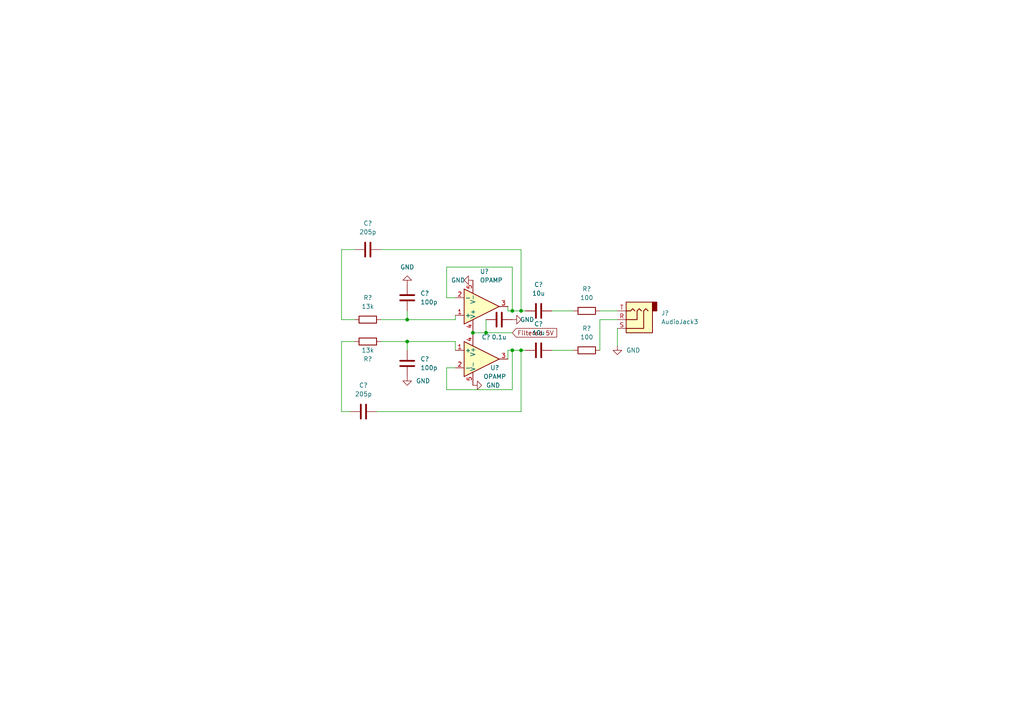
<source format=kicad_sch>
(kicad_sch (version 20211123) (generator eeschema)
  (paper "A4")
  (lib_symbols
    (symbol "Connector:AudioJack3"
      (property "Reference" "J" (at 0 8.89 0))
      (property "Value" "AudioJack3" (at 0 6.35 0))
      (symbol "AudioJack3_0_1"
        (rectangle (start -5.08 -5.08) (end -6.35 -2.54) (stroke (width 0.254)) (fill (type outline)))
        (polyline (pts (xy 0 -2.54) (xy 0.635 -3.175) (xy 1.27 -2.54) (xy 2.54 -2.54)) (stroke (width 0.254)))
        (polyline (pts (xy -1.905 -2.54) (xy -1.27 -3.175) (xy -0.635 -2.54) (xy -0.635 0) (xy 2.54 0)) (stroke (width 0.254)))
        (polyline (pts (xy 2.54 2.54) (xy -2.54 2.54) (xy -2.54 -2.54) (xy -3.175 -3.175) (xy -3.81 -2.54)) (stroke (width 0.254)))
        (rectangle (start 2.54 3.81) (end -5.08 -5.08) (stroke (width 0.254)) (fill (type background)))
      )
      (symbol "AudioJack3_1_1"
        (pin passive line (at 5.08 0 180) (length 2.54) (name "~") (number "R"))
        (pin passive line (at 5.08 2.54 180) (length 2.54) (name "~") (number "S"))
        (pin passive line (at 5.08 -2.54 180) (length 2.54) (name "~") (number "T"))
      )
    )
    (symbol "Device:C" (pin_numbers hide) (pin_names (offset 0.254))
      (property "Reference" "C" (at 0.635 2.54 0))
      (property "Value" "C" (at 0.635 -2.54 0))
      (symbol "C_0_1"
        (polyline (pts (xy -2.032 -0.762) (xy 2.032 -0.762)) (stroke (width 0.508)))
        (polyline (pts (xy -2.032 0.762) (xy 2.032 0.762)) (stroke (width 0.508)))
      )
      (symbol "C_1_1"
        (pin passive line (at 0 3.81 270) (length 2.794) (name "~") (number "1"))
        (pin passive line (at 0 -3.81 90) (length 2.794) (name "~") (number "2"))
      )
    )
    (symbol "Device:R" (pin_numbers hide) (pin_names (offset 0))
      (property "Reference" "R" (at 2.032 0 90))
      (property "Value" "R" (at 0 0 90))
      (symbol "R_0_1"
        (rectangle (start -1.016 -2.54) (end 1.016 2.54) (stroke (width 0.254)))
      )
      (symbol "R_1_1"
        (pin passive line (at 0 3.81 270) (length 1.27) (name "~") (number "1"))
        (pin passive line (at 0 -3.81 90) (length 1.27) (name "~") (number "2"))
      )
    )
    (symbol "power:GND" (power) (pin_names (offset 0))
      (property "Value" "GND" (at 0 -3.81 0))
      (symbol "GND_0_1"
        (polyline (pts (xy 0 0) (xy 0 -1.27) (xy 1.27 -1.27) (xy 0 -2.54) (xy -1.27 -1.27) (xy 0 -1.27)))
      )
      (symbol "GND_1_1"
        (pin power_in line (at 0 0 270) (length 0) hide (name "GND") (number "1"))
      )
    )
    (symbol "pspice:OPAMP" (pin_names (offset 0.254))
      (property "Reference" "U" (at 3.81 3.175 0))
      (property "Value" "OPAMP" (at 3.81 -3.175 0))
      (symbol "OPAMP_0_1"
        (polyline (pts (xy 5.08 0) (xy -5.08 5.08) (xy -5.08 -5.08) (xy 5.08 0)) (stroke (width 0.254)) (fill (type background)))
      )
      (symbol "OPAMP_1_1"
        (pin input line (at -7.62 2.54 0) (length 2.54) (name "+") (number "1"))
        (pin input line (at -7.62 -2.54 0) (length 2.54) (name "-") (number "2"))
        (pin output line (at 7.62 0 180) (length 2.54) (name "~") (number "3"))
        (pin power_in line (at -2.54 7.62 270) (length 3.81) (name "V+") (number "4"))
        (pin power_in line (at -2.54 -7.62 90) (length 3.81) (name "V-") (number "5"))
      )
    )
  )
  (junction (at 118.11 99.06))
  (junction (at 151.13 101.6))
  (junction (at 140.97 96.52))
  (junction (at 137.16 96.52))
  (junction (at 148.59 101.6))
  (junction (at 118.11 92.71))
  (junction (at 151.13 90.17))
  (junction (at 148.59 90.17))
  (wire (pts (xy 118.11 99.06) (xy 118.11 101.6)))
  (wire (pts (xy 129.54 113.03) (xy 148.59 113.03)))
  (wire (pts (xy 151.13 90.17) (xy 152.4 90.17)))
  (wire (pts (xy 160.02 101.6) (xy 166.37 101.6)))
  (wire (pts (xy 151.13 119.38) (xy 151.13 101.6)))
  (wire (pts (xy 129.54 106.68) (xy 132.08 106.68)))
  (wire (pts (xy 99.06 99.06) (xy 99.06 119.38)))
  (wire (pts (xy 140.97 96.52) (xy 148.59 96.52)))
  (wire (pts (xy 118.11 99.06) (xy 132.08 99.06)))
  (wire (pts (xy 160.02 90.17) (xy 166.37 90.17)))
  (wire (pts (xy 140.97 92.71) (xy 140.97 96.52)))
  (wire (pts (xy 99.06 119.38) (xy 101.6 119.38)))
  (wire (pts (xy 173.99 101.6) (xy 173.99 92.71)))
  (wire (pts (xy 129.54 86.36) (xy 132.08 86.36)))
  (wire (pts (xy 148.59 101.6) (xy 151.13 101.6)))
  (wire (pts (xy 173.99 92.71) (xy 179.07 92.71)))
  (wire (pts (xy 148.59 77.47) (xy 148.59 90.17)))
  (wire (pts (xy 118.11 92.71) (xy 132.08 92.71)))
  (wire (pts (xy 99.06 92.71) (xy 102.87 92.71)))
  (wire (pts (xy 132.08 99.06) (xy 132.08 101.6)))
  (wire (pts (xy 99.06 99.06) (xy 102.87 99.06)))
  (wire (pts (xy 179.07 95.25) (xy 179.07 100.33)))
  (wire (pts (xy 110.49 72.39) (xy 151.13 72.39)))
  (wire (pts (xy 173.99 90.17) (xy 179.07 90.17)))
  (wire (pts (xy 148.59 113.03) (xy 148.59 101.6)))
  (wire (pts (xy 110.49 92.71) (xy 118.11 92.71)))
  (wire (pts (xy 129.54 106.68) (xy 129.54 113.03)))
  (wire (pts (xy 137.16 96.52) (xy 140.97 96.52)))
  (wire (pts (xy 99.06 72.39) (xy 102.87 72.39)))
  (wire (pts (xy 110.49 99.06) (xy 118.11 99.06)))
  (wire (pts (xy 147.32 88.9) (xy 147.32 90.17)))
  (wire (pts (xy 148.59 90.17) (xy 151.13 90.17)))
  (wire (pts (xy 109.22 119.38) (xy 151.13 119.38)))
  (wire (pts (xy 132.08 92.71) (xy 132.08 91.44)))
  (wire (pts (xy 151.13 101.6) (xy 152.4 101.6)))
  (wire (pts (xy 118.11 90.17) (xy 118.11 92.71)))
  (wire (pts (xy 129.54 77.47) (xy 129.54 86.36)))
  (wire (pts (xy 147.32 90.17) (xy 148.59 90.17)))
  (wire (pts (xy 99.06 92.71) (xy 99.06 72.39)))
  (wire (pts (xy 147.32 101.6) (xy 147.32 104.14)))
  (wire (pts (xy 148.59 101.6) (xy 147.32 101.6)))
  (wire (pts (xy 151.13 72.39) (xy 151.13 90.17)))
  (wire (pts (xy 129.54 77.47) (xy 148.59 77.47)))
  (global_label "Filtered 5V" (shape input) (at 148.59 96.52 0) (property "Intersheet References" "${INTERSHEET_REFS}" (effects hide)))
  (symbol (lib_id "Device:C") (at 156.21 90.17 270) (unit 1)
    (property "Reference" "C?" (at 156.21 82.55 90))
    (property "Value" "10u" (at 156.21 85.09 90))
  )
  (symbol (lib_id "Device:C") (at 118.11 105.41 180) (unit 1)
    (property "Reference" "C?" (at 121.92 104.1399 0) (effects (justify right)))
    (property "Value" "100p" (at 121.92 106.6799 0) (effects (justify right)))
  )
  (symbol (lib_id "Device:C") (at 105.41 119.38 90) (unit 1)
    (property "Reference" "C?" (at 105.41 111.76 90))
    (property "Value" "205p" (at 105.41 114.3 90))
  )
  (symbol (lib_id "pspice:OPAMP") (at 139.7 104.14 0) (unit 1)
    (property "Reference" "U?" (at 143.51 106.68 0))
    (property "Value" "OPAMP" (at 143.51 109.22 0))
  )
  (symbol (lib_id "power:GND") (at 137.16 81.28 270) (unit 1)
    (property "Reference" "#PWR?" (effects hide))
    (property "Value" "GND" (at 130.81 81.28 90) (effects (justify left)))
  )
  (symbol (lib_id "Device:C") (at 144.78 92.71 270) (unit 1)
    (property "Reference" "C?" (at 140.97 97.79 90))
    (property "Value" "0.1u" (at 144.78 97.79 90))
  )
  (symbol (lib_id "Device:C") (at 118.11 86.36 180) (unit 1)
    (property "Reference" "C?" (at 121.92 85.0899 0) (effects (justify right)))
    (property "Value" "100p" (at 121.92 87.6299 0) (effects (justify right)))
  )
  (symbol (lib_id "power:GND") (at 137.16 111.76 90) (unit 1)
    (property "Reference" "#PWR?" (effects hide))
    (property "Value" "GND" (at 140.97 111.7599 90) (effects (justify right)))
  )
  (symbol (lib_id "pspice:OPAMP") (at 139.7 88.9 0) (mirror x) (unit 1)
    (property "Reference" "U?" (at 139.1794 78.74 0) (effects (justify left)))
    (property "Value" "OPAMP" (at 139.1794 81.28 0) (effects (justify left)))
  )
  (symbol (lib_id "power:GND") (at 118.11 109.22 0) (unit 1)
    (property "Reference" "#PWR?" (effects hide))
    (property "Value" "GND" (at 120.65 110.4899 0) (effects (justify left)))
  )
  (symbol (lib_id "Connector:AudioJack3") (at 184.15 92.71 180) (unit 1)
    (property "Reference" "J?" (at 191.77 90.8049 0) (effects (justify right)))
    (property "Value" "AudioJack3" (at 191.77 93.3449 0) (effects (justify right)))
  )
  (symbol (lib_id "Device:R") (at 106.68 99.06 270) (unit 1)
    (property "Reference" "R?" (at 106.68 104.14 90))
    (property "Value" "13k" (at 106.68 101.6 90))
  )
  (symbol (lib_id "Device:C") (at 106.68 72.39 90) (unit 1)
    (property "Reference" "C?" (at 106.68 64.77 90))
    (property "Value" "205p" (at 106.68 67.31 90))
  )
  (symbol (lib_id "power:GND") (at 179.07 100.33 0) (unit 1)
    (property "Reference" "#PWR?" (effects hide))
    (property "Value" "GND" (at 181.61 101.5999 0) (effects (justify left)))
  )
  (symbol (lib_id "power:GND") (at 148.59 92.71 90) (unit 1)
    (property "Reference" "#PWR?" (effects hide))
    (property "Value" "GND" (at 154.94 92.71 90) (effects (justify left)))
  )
  (symbol (lib_id "Device:R") (at 106.68 92.71 270) (unit 1)
    (property "Reference" "R?" (at 106.68 86.36 90))
    (property "Value" "13k" (at 106.68 88.9 90))
  )
  (symbol (lib_id "power:GND") (at 118.11 82.55 180) (unit 1)
    (property "Reference" "#PWR?" (effects hide))
    (property "Value" "GND" (at 118.11 77.47 0))
  )
  (symbol (lib_id "Device:R") (at 170.18 101.6 270) (unit 1)
    (property "Reference" "R?" (at 170.18 95.25 90))
    (property "Value" "100" (at 170.18 97.79 90))
  )
  (symbol (lib_id "Device:C") (at 156.21 101.6 270) (unit 1)
    (property "Reference" "C?" (at 156.21 93.98 90))
    (property "Value" "10u" (at 156.21 96.52 90))
  )
  (symbol (lib_id "Device:R") (at 170.18 90.17 270) (unit 1)
    (property "Reference" "R?" (at 170.18 83.82 90))
    (property "Value" "100" (at 170.18 86.36 90))
  )
)
</source>
